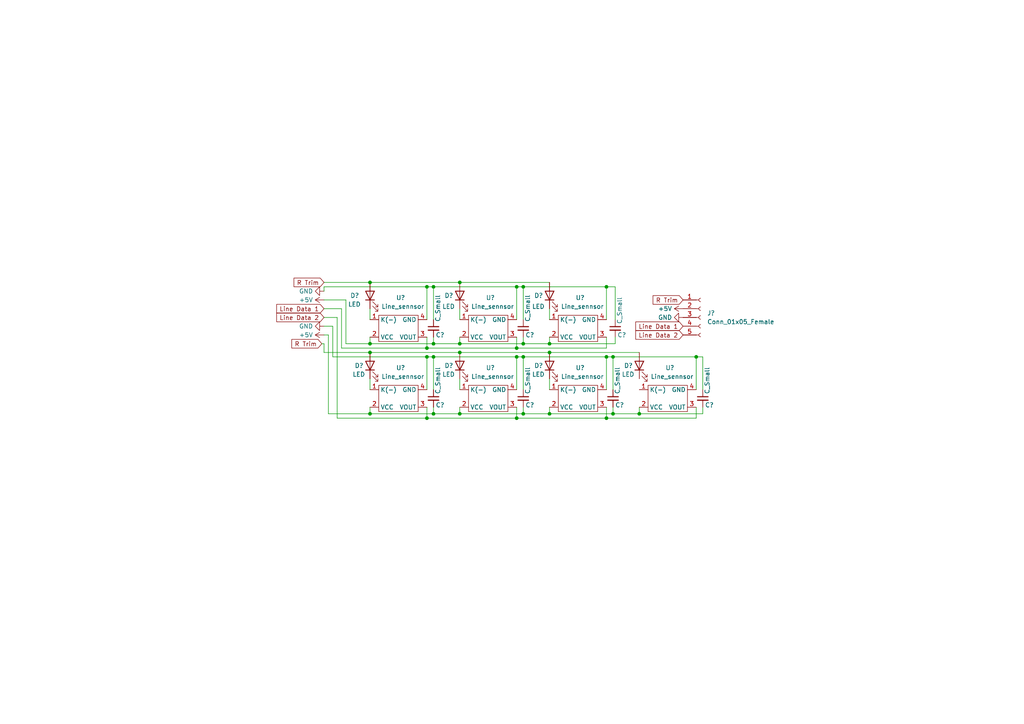
<source format=kicad_sch>
(kicad_sch (version 20211123) (generator eeschema)
  (paper "A4")
  (lib_symbols
    (symbol "Connector:Conn_01x05_Female" (pin_names (offset 1.016) hide)
      (property "Reference" "J" (at 0 7.62 0))
      (property "Value" "Conn_01x05_Female" (at 0 -7.62 0))
      (symbol "Conn_01x05_Female_1_1"
        (arc (start 0 -4.572) (mid -0.508 -5.08) (end 0 -5.588) (stroke (width 0.1524)))
        (arc (start 0 -2.032) (mid -0.508 -2.54) (end 0 -3.048) (stroke (width 0.1524)))
        (polyline (pts (xy -1.27 -5.08) (xy -0.508 -5.08)) (stroke (width 0.1524)))
        (polyline (pts (xy -1.27 -2.54) (xy -0.508 -2.54)) (stroke (width 0.1524)))
        (polyline (pts (xy -1.27 0) (xy -0.508 0)) (stroke (width 0.1524)))
        (polyline (pts (xy -1.27 2.54) (xy -0.508 2.54)) (stroke (width 0.1524)))
        (polyline (pts (xy -1.27 5.08) (xy -0.508 5.08)) (stroke (width 0.1524)))
        (arc (start 0 0.508) (mid -0.508 0) (end 0 -0.508) (stroke (width 0.1524)))
        (arc (start 0 3.048) (mid -0.508 2.54) (end 0 2.032) (stroke (width 0.1524)))
        (arc (start 0 5.588) (mid -0.508 5.08) (end 0 4.572) (stroke (width 0.1524)))
        (pin passive line (at -5.08 5.08 0) (length 3.81) (name "Pin_1") (number "1"))
        (pin passive line (at -5.08 2.54 0) (length 3.81) (name "Pin_2") (number "2"))
        (pin passive line (at -5.08 0 0) (length 3.81) (name "Pin_3") (number "3"))
        (pin passive line (at -5.08 -2.54 0) (length 3.81) (name "Pin_4") (number "4"))
        (pin passive line (at -5.08 -5.08 0) (length 3.81) (name "Pin_5") (number "5"))
      )
    )
    (symbol "Device:C_Small" (pin_numbers hide) (pin_names (offset 0.254) hide)
      (property "Reference" "C" (at 0.254 1.778 0))
      (property "Value" "C_Small" (at 0.254 -2.032 0))
      (symbol "C_Small_0_1"
        (polyline (pts (xy -1.524 -0.508) (xy 1.524 -0.508)) (stroke (width 0.3302)))
        (polyline (pts (xy -1.524 0.508) (xy 1.524 0.508)) (stroke (width 0.3048)))
      )
      (symbol "C_Small_1_1"
        (pin passive line (at 0 2.54 270) (length 2.032) (name "~") (number "1"))
        (pin passive line (at 0 -2.54 90) (length 2.032) (name "~") (number "2"))
      )
    )
    (symbol "Device:LED" (pin_numbers hide) (pin_names (offset 1.016) hide)
      (property "Reference" "D" (at 0 2.54 0))
      (property "Value" "LED" (at 0 -2.54 0))
      (symbol "LED_0_1"
        (polyline (pts (xy -1.27 -1.27) (xy -1.27 1.27)) (stroke (width 0.254)))
        (polyline (pts (xy -1.27 0) (xy 1.27 0)))
        (polyline (pts (xy 1.27 -1.27) (xy 1.27 1.27) (xy -1.27 0) (xy 1.27 -1.27)) (stroke (width 0.254)))
        (polyline (pts (xy -3.048 -0.762) (xy -4.572 -2.286) (xy -3.81 -2.286) (xy -4.572 -2.286) (xy -4.572 -1.524)))
        (polyline (pts (xy -1.778 -0.762) (xy -3.302 -2.286) (xy -2.54 -2.286) (xy -3.302 -2.286) (xy -3.302 -1.524)))
      )
      (symbol "LED_1_1"
        (pin passive line (at -3.81 0 0) (length 2.54) (name "K") (number "1"))
        (pin passive line (at 3.81 0 180) (length 2.54) (name "A") (number "2"))
      )
    )
    (symbol "Line_sennsor:Line_sennsor"
      (property "Reference" "U" (at 0 1.27 0))
      (property "Value" "Line_sennsor" (at 0 0 0))
      (symbol "Line_sennsor_0_1"
        (rectangle (start -6.35 -1.27) (end 5.08 -8.89))
      )
      (symbol "Line_sennsor_1_1"
        (pin bidirectional line (at -8.89 -2.54 0) (length 2.54) (name "K(-)") (number "1"))
        (pin bidirectional line (at -8.89 -7.62 0) (length 2.54) (name "VCC") (number "2"))
        (pin bidirectional line (at 7.62 -7.62 180) (length 2.54) (name "VOUT") (number "3"))
        (pin bidirectional line (at 7.62 -2.54 180) (length 2.54) (name "GND") (number "4"))
      )
    )
    (symbol "power:+5V" (power) (pin_names (offset 0))
      (property "Value" "+5V" (at 0 3.556 0))
      (symbol "+5V_0_1"
        (polyline (pts (xy -0.762 1.27) (xy 0 2.54)))
        (polyline (pts (xy 0 0) (xy 0 2.54)))
        (polyline (pts (xy 0 2.54) (xy 0.762 1.27)))
      )
      (symbol "+5V_1_1"
        (pin power_in line (at 0 0 90) (length 0) hide (name "+5V") (number "1"))
      )
    )
    (symbol "power:GND" (power) (pin_names (offset 0))
      (property "Value" "GND" (at 0 -3.81 0))
      (symbol "GND_0_1"
        (polyline (pts (xy 0 0) (xy 0 -1.27) (xy 1.27 -1.27) (xy 0 -2.54) (xy -1.27 -1.27) (xy 0 -1.27)))
      )
      (symbol "GND_1_1"
        (pin power_in line (at 0 0 270) (length 0) hide (name "GND") (number "1"))
      )
    )
  )
  (junction (at 107.315 102.235))
  (junction (at 107.315 81.915))
  (junction (at 175.895 121.285))
  (junction (at 159.385 102.235))
  (junction (at 149.86 103.505))
  (junction (at 149.86 121.285))
  (junction (at 107.315 120.015))
  (junction (at 149.86 83.185))
  (junction (at 177.8 120.015))
  (junction (at 151.765 99.695))
  (junction (at 159.385 99.695))
  (junction (at 151.765 120.015))
  (junction (at 125.73 99.695))
  (junction (at 123.825 83.185))
  (junction (at 133.35 81.915))
  (junction (at 175.895 103.505))
  (junction (at 125.73 103.505))
  (junction (at 133.35 102.235))
  (junction (at 133.35 99.695))
  (junction (at 159.385 120.015))
  (junction (at 125.73 120.015))
  (junction (at 123.825 100.965))
  (junction (at 201.93 103.505))
  (junction (at 151.765 83.185))
  (junction (at 107.315 99.695))
  (junction (at 185.42 120.015))
  (junction (at 133.35 120.015))
  (junction (at 151.765 103.505))
  (junction (at 125.73 83.185))
  (junction (at 123.825 121.285))
  (junction (at 175.895 83.185))
  (junction (at 177.8 103.505))
  (junction (at 149.86 100.965))
  (junction (at 123.825 103.505))
  (wire (pts (xy 123.825 100.965) (xy 149.86 100.965)))
  (wire (pts (xy 133.35 118.11) (xy 133.35 120.015)))
  (wire (pts (xy 151.765 118.11) (xy 151.765 120.015)))
  (wire (pts (xy 133.35 97.79) (xy 133.35 99.695)))
  (wire (pts (xy 107.315 120.015) (xy 125.73 120.015)))
  (wire (pts (xy 93.98 94.615) (xy 96.52 94.615)))
  (wire (pts (xy 159.385 118.11) (xy 159.385 120.015)))
  (wire (pts (xy 99.06 89.535) (xy 99.06 100.965)))
  (wire (pts (xy 125.73 99.695) (xy 133.35 99.695)))
  (wire (pts (xy 201.93 113.03) (xy 201.93 103.505)))
  (wire (pts (xy 149.86 118.11) (xy 149.86 121.285)))
  (wire (pts (xy 107.315 81.915) (xy 133.35 81.915)))
  (wire (pts (xy 175.895 103.505) (xy 177.8 103.505)))
  (wire (pts (xy 151.765 120.015) (xy 159.385 120.015)))
  (wire (pts (xy 151.765 103.505) (xy 175.895 103.505)))
  (wire (pts (xy 149.86 83.185) (xy 149.86 92.71)))
  (wire (pts (xy 93.345 99.695) (xy 93.98 99.695)))
  (wire (pts (xy 159.385 97.79) (xy 159.385 99.695)))
  (wire (pts (xy 175.895 83.185) (xy 178.435 83.185)))
  (wire (pts (xy 159.385 109.855) (xy 159.385 113.03)))
  (wire (pts (xy 125.73 103.505) (xy 125.73 113.03)))
  (wire (pts (xy 151.765 83.185) (xy 175.895 83.185)))
  (wire (pts (xy 149.86 83.185) (xy 151.765 83.185)))
  (wire (pts (xy 100.33 99.695) (xy 107.315 99.695)))
  (wire (pts (xy 175.895 97.79) (xy 175.895 100.965)))
  (wire (pts (xy 93.98 99.695) (xy 93.98 102.235)))
  (wire (pts (xy 175.895 103.505) (xy 175.895 113.03)))
  (wire (pts (xy 159.385 102.235) (xy 185.42 102.235)))
  (wire (pts (xy 107.315 102.235) (xy 133.35 102.235)))
  (wire (pts (xy 201.93 121.285) (xy 201.93 118.11)))
  (wire (pts (xy 123.825 103.505) (xy 96.52 103.505)))
  (wire (pts (xy 123.825 121.285) (xy 149.86 121.285)))
  (wire (pts (xy 178.435 83.185) (xy 178.435 92.71)))
  (wire (pts (xy 123.825 97.79) (xy 123.825 100.965)))
  (wire (pts (xy 175.895 121.285) (xy 201.93 121.285)))
  (wire (pts (xy 123.825 83.185) (xy 125.73 83.185)))
  (wire (pts (xy 177.8 120.015) (xy 185.42 120.015)))
  (wire (pts (xy 177.8 103.505) (xy 201.93 103.505)))
  (wire (pts (xy 123.825 121.285) (xy 97.79 121.285)))
  (wire (pts (xy 93.98 89.535) (xy 99.06 89.535)))
  (wire (pts (xy 175.895 83.185) (xy 175.895 92.71)))
  (wire (pts (xy 96.52 94.615) (xy 96.52 103.505)))
  (wire (pts (xy 151.765 83.185) (xy 151.765 92.71)))
  (wire (pts (xy 93.98 86.995) (xy 100.33 86.995)))
  (wire (pts (xy 107.315 99.695) (xy 125.73 99.695)))
  (wire (pts (xy 95.25 120.015) (xy 107.315 120.015)))
  (wire (pts (xy 107.315 97.79) (xy 107.315 99.695)))
  (wire (pts (xy 107.315 89.535) (xy 107.315 92.71)))
  (wire (pts (xy 149.86 103.505) (xy 149.86 113.03)))
  (wire (pts (xy 93.98 83.185) (xy 123.825 83.185)))
  (wire (pts (xy 93.98 97.155) (xy 95.25 97.155)))
  (wire (pts (xy 133.35 120.015) (xy 151.765 120.015)))
  (wire (pts (xy 107.315 109.855) (xy 107.315 113.03)))
  (wire (pts (xy 151.765 99.695) (xy 159.385 99.695)))
  (wire (pts (xy 177.8 113.03) (xy 177.8 103.505)))
  (wire (pts (xy 203.835 103.505) (xy 201.93 103.505)))
  (wire (pts (xy 93.98 84.455) (xy 93.98 83.185)))
  (wire (pts (xy 151.765 97.79) (xy 151.765 99.695)))
  (wire (pts (xy 203.835 120.015) (xy 203.835 118.11)))
  (wire (pts (xy 185.42 120.015) (xy 203.835 120.015)))
  (wire (pts (xy 133.35 102.235) (xy 159.385 102.235)))
  (wire (pts (xy 149.86 103.505) (xy 151.765 103.505)))
  (wire (pts (xy 125.73 83.185) (xy 125.73 92.71)))
  (wire (pts (xy 99.06 100.965) (xy 123.825 100.965)))
  (wire (pts (xy 125.73 103.505) (xy 149.86 103.505)))
  (wire (pts (xy 151.765 103.505) (xy 151.765 113.03)))
  (wire (pts (xy 107.315 118.11) (xy 107.315 120.015)))
  (wire (pts (xy 93.98 81.915) (xy 107.315 81.915)))
  (wire (pts (xy 133.35 99.695) (xy 151.765 99.695)))
  (wire (pts (xy 133.35 89.535) (xy 133.35 92.71)))
  (wire (pts (xy 123.825 103.505) (xy 125.73 103.505)))
  (wire (pts (xy 125.73 83.185) (xy 149.86 83.185)))
  (wire (pts (xy 133.35 109.855) (xy 133.35 113.03)))
  (wire (pts (xy 149.86 121.285) (xy 175.895 121.285)))
  (wire (pts (xy 123.825 118.11) (xy 123.825 121.285)))
  (wire (pts (xy 178.435 97.79) (xy 178.435 99.695)))
  (wire (pts (xy 149.86 97.79) (xy 149.86 100.965)))
  (wire (pts (xy 125.73 118.11) (xy 125.73 120.015)))
  (wire (pts (xy 203.835 113.03) (xy 203.835 103.505)))
  (wire (pts (xy 97.79 92.075) (xy 93.98 92.075)))
  (wire (pts (xy 100.33 86.995) (xy 100.33 99.695)))
  (wire (pts (xy 177.8 118.11) (xy 177.8 120.015)))
  (wire (pts (xy 149.86 100.965) (xy 175.895 100.965)))
  (wire (pts (xy 125.73 97.79) (xy 125.73 99.695)))
  (wire (pts (xy 175.895 118.11) (xy 175.895 121.285)))
  (wire (pts (xy 159.385 120.015) (xy 177.8 120.015)))
  (wire (pts (xy 97.79 121.285) (xy 97.79 92.075)))
  (wire (pts (xy 95.25 97.155) (xy 95.25 120.015)))
  (wire (pts (xy 185.42 120.015) (xy 185.42 118.11)))
  (wire (pts (xy 107.315 102.235) (xy 93.98 102.235)))
  (wire (pts (xy 133.35 81.915) (xy 159.385 81.915)))
  (wire (pts (xy 159.385 89.535) (xy 159.385 92.71)))
  (wire (pts (xy 123.825 83.185) (xy 123.825 92.71)))
  (wire (pts (xy 123.825 103.505) (xy 123.825 113.03)))
  (wire (pts (xy 125.73 120.015) (xy 133.35 120.015)))
  (wire (pts (xy 159.385 99.695) (xy 178.435 99.695)))
  (global_label "Line Data 2" (shape input) (at 93.98 92.075 180) (property "Intersheet References" "${INTERSHEET_REFS}" (effects hide)))
  (global_label "R Trim" (shape input) (at 93.345 99.695 180) (property "Intersheet References" "${INTERSHEET_REFS}" (effects hide)))
  (global_label "Line Data 2" (shape input) (at 198.12 97.155 180) (property "Intersheet References" "${INTERSHEET_REFS}" (effects hide)))
  (global_label "Line Data 1" (shape input) (at 198.12 94.615 180) (property "Intersheet References" "${INTERSHEET_REFS}" (effects hide)))
  (global_label "Line Data 1" (shape input) (at 93.98 89.535 180) (property "Intersheet References" "${INTERSHEET_REFS}" (effects hide)))
  (global_label "R Trim" (shape input) (at 198.12 86.995 180) (property "Intersheet References" "${INTERSHEET_REFS}" (effects hide)))
  (global_label "R Trim" (shape input) (at 93.98 81.915 180) (property "Intersheet References" "${INTERSHEET_REFS}" (effects hide)))
  (symbol (lib_id "Device:LED") (at 159.385 85.725 90) (unit 1)
    (property "Reference" "D?" (at 154.94 85.725 90) (effects (justify right)))
    (property "Value" "LED" (at 154.305 88.9 90) (effects (justify right)))
    (property "Footprint" "LED_THT:LED_D3.0mm_Clear" (effects hide))
  )
  (symbol (lib_id "Line_sennsor:Line_sennsor") (at 116.205 110.49 0) (unit 1)
    (property "Reference" "U?" (at 116.205 106.68 0))
    (property "Value" "Line_sennsor" (at 116.84 109.22 0))
  )
  (symbol (lib_id "Line_sennsor:Line_sennsor") (at 194.31 110.49 0) (unit 1)
    (property "Reference" "U?" (at 194.31 106.68 0))
    (property "Value" "Line_sennsor" (at 194.945 109.22 0))
  )
  (symbol (lib_id "Line_sennsor:Line_sennsor") (at 168.275 90.17 0) (unit 1)
    (property "Reference" "U?" (at 168.275 86.36 0))
    (property "Value" "Line_sennsor" (at 168.91 88.9 0))
  )
  (symbol (lib_id "Device:LED") (at 107.315 85.725 90) (unit 1)
    (property "Reference" "D?" (at 101.6 85.725 90) (effects (justify right)))
    (property "Value" "LED" (at 100.965 88.265 90) (effects (justify right)))
    (property "Footprint" "LED_THT:LED_D3.0mm_Clear" (effects hide))
  )
  (symbol (lib_id "Device:LED") (at 133.35 85.725 90) (unit 1)
    (property "Reference" "D?" (at 128.905 85.725 90) (effects (justify right)))
    (property "Value" "LED" (at 128.27 88.9 90) (effects (justify right)))
    (property "Footprint" "LED_THT:LED_D3.0mm_Clear" (effects hide))
  )
  (symbol (lib_id "Line_sennsor:Line_sennsor") (at 116.205 90.17 0) (unit 1)
    (property "Reference" "U?" (at 116.205 86.36 0))
    (property "Value" "Line_sennsor" (at 116.84 88.9 0))
  )
  (symbol (lib_id "power:+5V") (at 93.98 86.995 90) (unit 1)
    (property "Reference" "#PWR?" (effects hide))
    (property "Value" "+5V" (at 90.805 86.9949 90) (effects (justify left)))
  )
  (symbol (lib_id "Device:C_Small") (at 125.73 95.25 0) (unit 1)
    (property "Reference" "C?" (at 126.365 97.155 0) (effects (justify left)))
    (property "Value" "C_Small" (at 127 93.345 90) (effects (justify left)))
    (property "Footprint" "Capacitor_THT:C_Disc_D3.8mm_W2.6mm_P2.50mm" (effects hide))
  )
  (symbol (lib_id "Connector:Conn_01x05_Female") (at 203.2 92.075 0) (unit 1)
    (property "Reference" "J?" (at 205.105 90.8049 0) (effects (justify left)))
    (property "Value" "Conn_01x05_Female" (at 205.105 93.3449 0) (effects (justify left)))
  )
  (symbol (lib_id "Device:C_Small") (at 203.835 115.57 0) (unit 1)
    (property "Reference" "C?" (at 204.47 117.475 0) (effects (justify left)))
    (property "Value" "C_Small" (at 205.105 114.3 90) (effects (justify left)))
    (property "Footprint" "Capacitor_THT:C_Disc_D3.8mm_W2.6mm_P2.50mm" (effects hide))
  )
  (symbol (lib_id "power:GND") (at 198.12 92.075 270) (unit 1)
    (property "Reference" "#PWR?" (effects hide))
    (property "Value" "GND" (at 194.945 92.0749 90) (effects (justify right)))
  )
  (symbol (lib_id "Device:LED") (at 107.315 106.045 90) (unit 1)
    (property "Reference" "D?" (at 102.87 106.045 90) (effects (justify right)))
    (property "Value" "LED" (at 102.235 108.585 90) (effects (justify right)))
    (property "Footprint" "LED_THT:LED_D3.0mm_Clear" (effects hide))
  )
  (symbol (lib_id "power:+5V") (at 198.12 89.535 90) (unit 1)
    (property "Reference" "#PWR?" (effects hide))
    (property "Value" "+5V" (at 194.945 89.5349 90) (effects (justify left)))
  )
  (symbol (lib_id "Device:LED") (at 133.35 106.045 90) (unit 1)
    (property "Reference" "D?" (at 128.905 106.045 90) (effects (justify right)))
    (property "Value" "LED" (at 128.27 108.585 90) (effects (justify right)))
    (property "Footprint" "LED_THT:LED_D3.0mm_Clear" (effects hide))
  )
  (symbol (lib_id "Device:C_Small") (at 151.765 95.25 0) (unit 1)
    (property "Reference" "C?" (at 152.4 97.155 0) (effects (justify left)))
    (property "Value" "C_Small" (at 153.035 93.345 90) (effects (justify left)))
    (property "Footprint" "Capacitor_THT:C_Disc_D3.8mm_W2.6mm_P2.50mm" (effects hide))
  )
  (symbol (lib_id "Line_sennsor:Line_sennsor") (at 168.275 110.49 0) (unit 1)
    (property "Reference" "U?" (at 168.275 106.68 0))
    (property "Value" "Line_sennsor" (at 168.91 109.22 0))
  )
  (symbol (lib_id "Line_sennsor:Line_sennsor") (at 142.24 110.49 0) (unit 1)
    (property "Reference" "U?" (at 142.24 106.68 0))
    (property "Value" "Line_sennsor" (at 142.875 109.22 0))
  )
  (symbol (lib_id "Device:LED") (at 185.42 106.045 90) (unit 1)
    (property "Reference" "D?" (at 180.975 106.045 90) (effects (justify right)))
    (property "Value" "LED" (at 180.34 108.585 90) (effects (justify right)))
    (property "Footprint" "LED_THT:LED_D3.0mm_Clear" (effects hide))
  )
  (symbol (lib_id "Device:C_Small") (at 125.73 115.57 0) (unit 1)
    (property "Reference" "C?" (at 126.365 117.475 0) (effects (justify left)))
    (property "Value" "C_Small" (at 127 114.3 90) (effects (justify left)))
    (property "Footprint" "Capacitor_THT:C_Disc_D3.8mm_W2.6mm_P2.50mm" (effects hide))
  )
  (symbol (lib_id "Device:C_Small") (at 178.435 95.25 0) (unit 1)
    (property "Reference" "C?" (at 179.07 97.155 0) (effects (justify left)))
    (property "Value" "C_Small" (at 179.705 93.98 90) (effects (justify left)))
    (property "Footprint" "Capacitor_THT:C_Disc_D3.8mm_W2.6mm_P2.50mm" (effects hide))
  )
  (symbol (lib_id "power:+5V") (at 93.98 97.155 90) (unit 1)
    (property "Reference" "#PWR?" (effects hide))
    (property "Value" "+5V" (at 90.805 97.1549 90) (effects (justify left)))
  )
  (symbol (lib_id "power:GND") (at 93.98 94.615 270) (unit 1)
    (property "Reference" "#PWR?" (effects hide))
    (property "Value" "GND" (at 90.805 94.6149 90) (effects (justify right)))
  )
  (symbol (lib_id "Device:LED") (at 159.385 106.045 90) (unit 1)
    (property "Reference" "D?" (at 154.94 106.045 90) (effects (justify right)))
    (property "Value" "LED" (at 154.305 108.585 90) (effects (justify right)))
    (property "Footprint" "LED_THT:LED_D3.0mm_Clear" (effects hide))
  )
  (symbol (lib_id "Device:C_Small") (at 151.765 115.57 0) (unit 1)
    (property "Reference" "C?" (at 152.4 117.475 0) (effects (justify left)))
    (property "Value" "C_Small" (at 153.035 114.3 90) (effects (justify left)))
    (property "Footprint" "Capacitor_THT:C_Disc_D3.8mm_W2.6mm_P2.50mm" (effects hide))
  )
  (symbol (lib_id "Line_sennsor:Line_sennsor") (at 142.24 90.17 0) (unit 1)
    (property "Reference" "U?" (at 142.24 86.36 0))
    (property "Value" "Line_sennsor" (at 142.875 88.9 0))
  )
  (symbol (lib_id "power:GND") (at 93.98 84.455 270) (unit 1)
    (property "Reference" "#PWR?" (effects hide))
    (property "Value" "GND" (at 90.805 84.4549 90) (effects (justify right)))
  )
  (symbol (lib_id "Device:C_Small") (at 177.8 115.57 0) (unit 1)
    (property "Reference" "C?" (at 178.435 117.475 0) (effects (justify left)))
    (property "Value" "C_Small" (at 179.07 114.3 90) (effects (justify left)))
    (property "Footprint" "Capacitor_THT:C_Disc_D3.8mm_W2.6mm_P2.50mm" (effects hide))
  )
)
</source>
